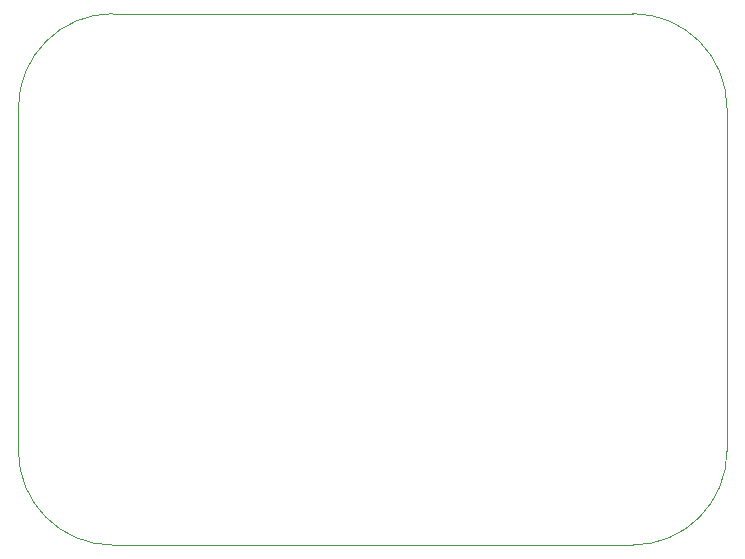
<source format=gbr>
%TF.GenerationSoftware,KiCad,Pcbnew,7.0.5*%
%TF.CreationDate,2023-07-06T17:03:01+08:00*%
%TF.ProjectId,GameRockerShaft,47616d65-526f-4636-9b65-725368616674,rev?*%
%TF.SameCoordinates,Original*%
%TF.FileFunction,Profile,NP*%
%FSLAX46Y46*%
G04 Gerber Fmt 4.6, Leading zero omitted, Abs format (unit mm)*
G04 Created by KiCad (PCBNEW 7.0.5) date 2023-07-06 17:03:01*
%MOMM*%
%LPD*%
G01*
G04 APERTURE LIST*
%TA.AperFunction,Profile*%
%ADD10C,0.100000*%
%TD*%
G04 APERTURE END LIST*
D10*
X70000000Y-78000000D02*
X70000000Y-107000000D01*
X130000000Y-78000000D02*
X130000000Y-107000000D01*
X130000000Y-78000000D02*
G75*
G03*
X122000000Y-70000000I-8000000J0D01*
G01*
X78000000Y-70000000D02*
X122000000Y-70000000D01*
X122000000Y-115000000D02*
G75*
G03*
X130000000Y-107000000I0J8000000D01*
G01*
X70000000Y-107000000D02*
G75*
G03*
X78000000Y-115000000I8000000J0D01*
G01*
X78000000Y-115000000D02*
X122000000Y-115000000D01*
X78000000Y-70000000D02*
G75*
G03*
X70000000Y-78000000I0J-8000000D01*
G01*
M02*

</source>
